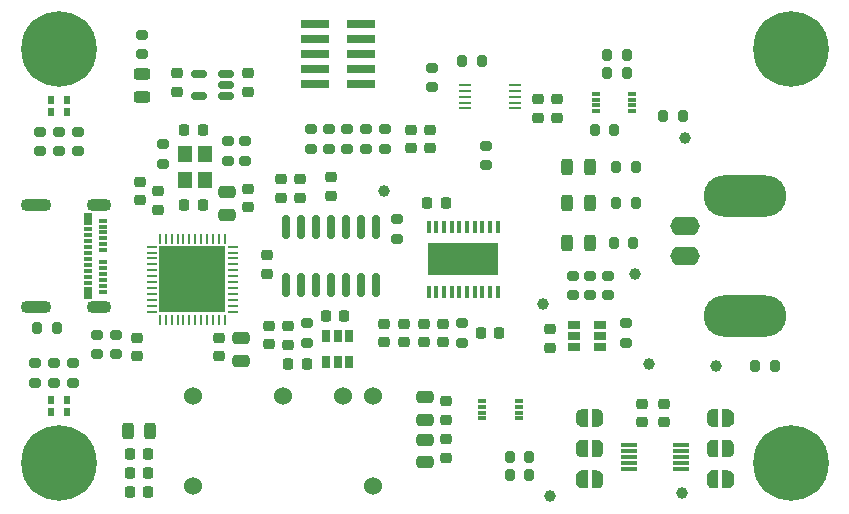
<source format=gbr>
%TF.GenerationSoftware,KiCad,Pcbnew,(5.99.0-7424-ge38b34a4eb)*%
%TF.CreationDate,2020-12-20T18:04:03+03:00*%
%TF.ProjectId,uSMU_v05,75534d55-5f76-4303-952e-6b696361645f,rev?*%
%TF.SameCoordinates,Original*%
%TF.FileFunction,Soldermask,Top*%
%TF.FilePolarity,Negative*%
%FSLAX46Y46*%
G04 Gerber Fmt 4.6, Leading zero omitted, Abs format (unit mm)*
G04 Created by KiCad (PCBNEW (5.99.0-7424-ge38b34a4eb)) date 2020-12-20 18:04:03*
%MOMM*%
%LPD*%
G01*
G04 APERTURE LIST*
G04 Aperture macros list*
%AMRoundRect*
0 Rectangle with rounded corners*
0 $1 Rounding radius*
0 $2 $3 $4 $5 $6 $7 $8 $9 X,Y pos of 4 corners*
0 Add a 4 corners polygon primitive as box body*
4,1,4,$2,$3,$4,$5,$6,$7,$8,$9,$2,$3,0*
0 Add four circle primitives for the rounded corners*
1,1,$1+$1,$2,$3,0*
1,1,$1+$1,$4,$5,0*
1,1,$1+$1,$6,$7,0*
1,1,$1+$1,$8,$9,0*
0 Add four rect primitives between the rounded corners*
20,1,$1+$1,$2,$3,$4,$5,0*
20,1,$1+$1,$4,$5,$6,$7,0*
20,1,$1+$1,$6,$7,$8,$9,0*
20,1,$1+$1,$8,$9,$2,$3,0*%
G04 Aperture macros list end*
%ADD10RoundRect,0.200000X-0.200000X-0.275000X0.200000X-0.275000X0.200000X0.275000X-0.200000X0.275000X0*%
%ADD11RoundRect,0.218750X-0.218750X-0.256250X0.218750X-0.256250X0.218750X0.256250X-0.218750X0.256250X0*%
%ADD12RoundRect,0.200000X-0.275000X0.200000X-0.275000X-0.200000X0.275000X-0.200000X0.275000X0.200000X0*%
%ADD13RoundRect,0.200000X0.275000X-0.200000X0.275000X0.200000X-0.275000X0.200000X-0.275000X-0.200000X0*%
%ADD14RoundRect,0.250000X-0.475000X0.250000X-0.475000X-0.250000X0.475000X-0.250000X0.475000X0.250000X0*%
%ADD15RoundRect,0.200000X0.200000X0.275000X-0.200000X0.275000X-0.200000X-0.275000X0.200000X-0.275000X0*%
%ADD16RoundRect,0.062500X-0.062500X0.375000X-0.062500X-0.375000X0.062500X-0.375000X0.062500X0.375000X0*%
%ADD17RoundRect,0.062500X-0.375000X0.062500X-0.375000X-0.062500X0.375000X-0.062500X0.375000X0.062500X0*%
%ADD18R,5.600000X5.600000*%
%ADD19RoundRect,0.218750X0.256250X-0.218750X0.256250X0.218750X-0.256250X0.218750X-0.256250X-0.218750X0*%
%ADD20C,1.000000*%
%ADD21RoundRect,0.218750X-0.256250X0.218750X-0.256250X-0.218750X0.256250X-0.218750X0.256250X0.218750X0*%
%ADD22R,0.650000X1.060000*%
%ADD23R,0.450000X1.050000*%
%ADD24R,6.000000X2.700000*%
%ADD25R,0.600000X0.700000*%
%ADD26R,1.400000X0.300000*%
%ADD27RoundRect,0.225000X0.225000X0.250000X-0.225000X0.250000X-0.225000X-0.250000X0.225000X-0.250000X0*%
%ADD28RoundRect,0.243750X-0.456250X0.243750X-0.456250X-0.243750X0.456250X-0.243750X0.456250X0.243750X0*%
%ADD29C,1.524000*%
%ADD30RoundRect,0.150000X-0.150000X0.825000X-0.150000X-0.825000X0.150000X-0.825000X0.150000X0.825000X0*%
%ADD31R,1.060000X0.650000*%
%ADD32RoundRect,0.225000X-0.225000X-0.250000X0.225000X-0.250000X0.225000X0.250000X-0.225000X0.250000X0*%
%ADD33RoundRect,0.225000X0.250000X-0.225000X0.250000X0.225000X-0.250000X0.225000X-0.250000X-0.225000X0*%
%ADD34R,1.100000X0.250000*%
%ADD35RoundRect,0.243750X0.243750X0.456250X-0.243750X0.456250X-0.243750X-0.456250X0.243750X-0.456250X0*%
%ADD36RoundRect,0.243750X-0.243750X-0.456250X0.243750X-0.456250X0.243750X0.456250X-0.243750X0.456250X0*%
%ADD37O,2.500000X1.600000*%
%ADD38O,7.000000X3.500000*%
%ADD39RoundRect,0.150000X0.512500X0.150000X-0.512500X0.150000X-0.512500X-0.150000X0.512500X-0.150000X0*%
%ADD40R,0.800000X0.300000*%
%ADD41R,2.400000X0.740000*%
%ADD42C,0.800000*%
%ADD43C,6.400000*%
%ADD44R,1.200000X1.400000*%
%ADD45RoundRect,0.225000X-0.250000X0.225000X-0.250000X-0.225000X0.250000X-0.225000X0.250000X0.225000X0*%
%ADD46R,0.700000X0.300000*%
%ADD47R,0.700000X1.000000*%
%ADD48O,2.100000X1.100000*%
%ADD49O,2.600000X1.100000*%
%ADD50RoundRect,0.218750X0.218750X0.256250X-0.218750X0.256250X-0.218750X-0.256250X0.218750X-0.256250X0*%
%ADD51RoundRect,0.250000X0.475000X-0.250000X0.475000X0.250000X-0.475000X0.250000X-0.475000X-0.250000X0*%
G04 APERTURE END LIST*
D10*
%TO.C,R26*%
X138175000Y-105000000D03*
X139825000Y-105000000D03*
%TD*%
D11*
%TO.C,C8*%
X135212500Y-117000000D03*
X136787500Y-117000000D03*
%TD*%
D12*
%TO.C,R4*%
X130000000Y-110775000D03*
X130000000Y-112425000D03*
%TD*%
D13*
%TO.C,R16*%
X128380000Y-112425000D03*
X128380000Y-110775000D03*
%TD*%
D14*
%TO.C,C30*%
X119400000Y-128450000D03*
X119400000Y-130350000D03*
%TD*%
D15*
%TO.C,R21*%
X152075000Y-104500000D03*
X150425000Y-104500000D03*
%TD*%
%TO.C,JP3*%
G36*
X148800000Y-141150000D02*
G01*
X148300000Y-141150000D01*
X148300000Y-141145033D01*
X148220059Y-141143568D01*
X148084744Y-141101293D01*
X147966734Y-141022738D01*
X147875514Y-140914219D01*
X147818419Y-140784460D01*
X147800836Y-140650000D01*
X147800000Y-140650000D01*
X147800000Y-140150000D01*
X147800836Y-140150000D01*
X147800037Y-140143891D01*
X147821848Y-140003814D01*
X147882096Y-139875489D01*
X147975940Y-139769231D01*
X148095835Y-139693583D01*
X148232142Y-139654626D01*
X148300000Y-139655041D01*
X148300000Y-139650000D01*
X148800000Y-139650000D01*
X148800000Y-141150000D01*
G37*
G36*
X149600000Y-139655041D02*
G01*
X149673905Y-139655492D01*
X149809726Y-139696111D01*
X149928688Y-139773218D01*
X150021226Y-139880615D01*
X150079903Y-140009667D01*
X150100000Y-140150000D01*
X150100000Y-140650000D01*
X150099851Y-140662216D01*
X150076331Y-140802017D01*
X150014519Y-140929596D01*
X149919384Y-141034700D01*
X149798574Y-141108877D01*
X149661801Y-141146166D01*
X149600000Y-141145033D01*
X149600000Y-141150000D01*
X149100000Y-141150000D01*
X149100000Y-139650000D01*
X149600000Y-139650000D01*
X149600000Y-139655041D01*
G37*
%TD*%
D16*
%TO.C,U10*%
X118050000Y-120012500D03*
X117550000Y-120012500D03*
X117050000Y-120012500D03*
X116550000Y-120012500D03*
X116050000Y-120012500D03*
X115550000Y-120012500D03*
X115050000Y-120012500D03*
X114550000Y-120012500D03*
X114050000Y-120012500D03*
X113550000Y-120012500D03*
X113050000Y-120012500D03*
X112550000Y-120012500D03*
D17*
X111862500Y-120700000D03*
X111862500Y-121200000D03*
X111862500Y-121700000D03*
X111862500Y-122200000D03*
X111862500Y-122700000D03*
X111862500Y-123200000D03*
X111862500Y-123700000D03*
X111862500Y-124200000D03*
X111862500Y-124700000D03*
X111862500Y-125200000D03*
X111862500Y-125700000D03*
X111862500Y-126200000D03*
D16*
X112550000Y-126887500D03*
X113050000Y-126887500D03*
X113550000Y-126887500D03*
X114050000Y-126887500D03*
X114550000Y-126887500D03*
X115050000Y-126887500D03*
X115550000Y-126887500D03*
X116050000Y-126887500D03*
X116550000Y-126887500D03*
X117050000Y-126887500D03*
X117550000Y-126887500D03*
X118050000Y-126887500D03*
D17*
X118737500Y-126200000D03*
X118737500Y-125700000D03*
X118737500Y-125200000D03*
X118737500Y-124700000D03*
X118737500Y-124200000D03*
X118737500Y-123700000D03*
X118737500Y-123200000D03*
X118737500Y-122700000D03*
X118737500Y-122200000D03*
X118737500Y-121700000D03*
X118737500Y-121200000D03*
X118737500Y-120700000D03*
D18*
X115300000Y-123450000D03*
%TD*%
D13*
%TO.C,R8*%
X147500000Y-124825000D03*
X147500000Y-123175000D03*
%TD*%
D19*
%TO.C,C13*%
X144600000Y-109787500D03*
X144600000Y-108212500D03*
%TD*%
D15*
%TO.C,R19*%
X164625000Y-130800000D03*
X162975000Y-130800000D03*
%TD*%
D20*
%TO.C,Isense1*%
X154000000Y-130600000D03*
%TD*%
%TO.C,JP1*%
G36*
X148800000Y-135950000D02*
G01*
X148300000Y-135950000D01*
X148300000Y-135945033D01*
X148220059Y-135943568D01*
X148084744Y-135901293D01*
X147966734Y-135822738D01*
X147875514Y-135714219D01*
X147818419Y-135584460D01*
X147800836Y-135450000D01*
X147800000Y-135450000D01*
X147800000Y-134950000D01*
X147800836Y-134950000D01*
X147800037Y-134943891D01*
X147821848Y-134803814D01*
X147882096Y-134675489D01*
X147975940Y-134569231D01*
X148095835Y-134493583D01*
X148232142Y-134454626D01*
X148300000Y-134455041D01*
X148300000Y-134450000D01*
X148800000Y-134450000D01*
X148800000Y-135950000D01*
G37*
G36*
X149600000Y-134455041D02*
G01*
X149673905Y-134455492D01*
X149809726Y-134496111D01*
X149928688Y-134573218D01*
X150021226Y-134680615D01*
X150079903Y-134809667D01*
X150100000Y-134950000D01*
X150100000Y-135450000D01*
X150099851Y-135462216D01*
X150076331Y-135602017D01*
X150014519Y-135729596D01*
X149919384Y-135834700D01*
X149798574Y-135908877D01*
X149661801Y-135946166D01*
X149600000Y-135945033D01*
X149600000Y-135950000D01*
X149100000Y-135950000D01*
X149100000Y-134450000D01*
X149600000Y-134450000D01*
X149600000Y-134455041D01*
G37*
%TD*%
D13*
%TO.C,R46*%
X104000000Y-112625000D03*
X104000000Y-110975000D03*
%TD*%
D21*
%TO.C,R32*%
X136550000Y-127212500D03*
X136550000Y-128787500D03*
%TD*%
D13*
%TO.C,R44*%
X105600000Y-112625000D03*
X105600000Y-110975000D03*
%TD*%
D22*
%TO.C,U2*%
X126650000Y-130500000D03*
X127600000Y-130500000D03*
X128550000Y-130500000D03*
X128550000Y-128300000D03*
X127600000Y-128300000D03*
X126650000Y-128300000D03*
%TD*%
D20*
%TO.C,TP3*%
X131500000Y-116000000D03*
%TD*%
D21*
%TO.C,R31*%
X136800000Y-137012500D03*
X136800000Y-138587500D03*
%TD*%
D12*
%TO.C,R7*%
X150500000Y-123175000D03*
X150500000Y-124825000D03*
%TD*%
D23*
%TO.C,U5*%
X135300000Y-124500000D03*
X135950000Y-124500000D03*
X136600000Y-124500000D03*
X137250000Y-124500000D03*
X137900000Y-124500000D03*
X138550000Y-124500000D03*
X139200000Y-124500000D03*
X139850000Y-124500000D03*
X140500000Y-124500000D03*
X141150000Y-124500000D03*
X141150000Y-119000000D03*
X140500000Y-119000000D03*
X139850000Y-119000000D03*
X139200000Y-119000000D03*
X138550000Y-119000000D03*
X137900000Y-119000000D03*
X137250000Y-119000000D03*
X136600000Y-119000000D03*
X135950000Y-119000000D03*
X135300000Y-119000000D03*
D24*
X138225000Y-121750000D03*
%TD*%
D20*
%TO.C,TP6*%
X157000000Y-111500000D03*
%TD*%
D25*
%TO.C,D5*%
X103300000Y-133700000D03*
X104700000Y-133700000D03*
X103300000Y-134700000D03*
X104700000Y-134700000D03*
%TD*%
D20*
%TO.C,TP4*%
X145000000Y-125600000D03*
%TD*%
D26*
%TO.C,U7*%
X156700000Y-139500000D03*
X156700000Y-139000000D03*
X156700000Y-138500000D03*
X156700000Y-138000000D03*
X156700000Y-137500000D03*
X152300000Y-137500000D03*
X152300000Y-138000000D03*
X152300000Y-138500000D03*
X152300000Y-139000000D03*
X152300000Y-139500000D03*
%TD*%
D27*
%TO.C,C16*%
X128175000Y-126600000D03*
X126625000Y-126600000D03*
%TD*%
%TO.C,C22*%
X116175000Y-117200000D03*
X114625000Y-117200000D03*
%TD*%
D21*
%TO.C,R1*%
X135400000Y-110812500D03*
X135400000Y-112387500D03*
%TD*%
D28*
%TO.C,D3*%
X111000000Y-106125000D03*
X111000000Y-108000000D03*
%TD*%
D13*
%TO.C,R45*%
X102400000Y-112625000D03*
X102400000Y-110975000D03*
%TD*%
D29*
%TO.C,U3*%
X115400000Y-141000000D03*
X130640000Y-141000000D03*
X130640000Y-133380000D03*
X128100000Y-133380000D03*
X123020000Y-133380000D03*
X115400000Y-133380000D03*
%TD*%
D12*
%TO.C,R48*%
X103600000Y-130575000D03*
X103600000Y-132225000D03*
%TD*%
D30*
%TO.C,U1*%
X130810000Y-119025000D03*
X129540000Y-119025000D03*
X128270000Y-119025000D03*
X127000000Y-119025000D03*
X125730000Y-119025000D03*
X124460000Y-119025000D03*
X123190000Y-119025000D03*
X123190000Y-123975000D03*
X124460000Y-123975000D03*
X125730000Y-123975000D03*
X127000000Y-123975000D03*
X128270000Y-123975000D03*
X129540000Y-123975000D03*
X130810000Y-123975000D03*
%TD*%
D19*
%TO.C,FB1*%
X146200000Y-109787500D03*
X146200000Y-108212500D03*
%TD*%
D12*
%TO.C,R47*%
X105200000Y-130575000D03*
X105200000Y-132225000D03*
%TD*%
D21*
%TO.C,C12*%
X127000000Y-114812500D03*
X127000000Y-116387500D03*
%TD*%
D31*
%TO.C,U4*%
X147652500Y-127310000D03*
X147652500Y-128260000D03*
X147652500Y-129210000D03*
X149852500Y-129210000D03*
X149852500Y-128260000D03*
X149852500Y-127310000D03*
%TD*%
D12*
%TO.C,R42*%
X119800000Y-111775000D03*
X119800000Y-113425000D03*
%TD*%
D32*
%TO.C,C23*%
X114625000Y-110800000D03*
X116175000Y-110800000D03*
%TD*%
D13*
%TO.C,R14*%
X125380000Y-112425000D03*
X125380000Y-110775000D03*
%TD*%
D10*
%TO.C,R24*%
X142175000Y-138500000D03*
X143825000Y-138500000D03*
%TD*%
D19*
%TO.C,R2*%
X133800000Y-112387500D03*
X133800000Y-110812500D03*
%TD*%
D14*
%TO.C,C15*%
X135000000Y-137050000D03*
X135000000Y-138950000D03*
%TD*%
D12*
%TO.C,R13*%
X107200000Y-128175000D03*
X107200000Y-129825000D03*
%TD*%
%TO.C,R49*%
X102000000Y-130575000D03*
X102000000Y-132225000D03*
%TD*%
D33*
%TO.C,C25*%
X120000000Y-117375000D03*
X120000000Y-115825000D03*
%TD*%
%TO.C,C18*%
X114000000Y-107575000D03*
X114000000Y-106025000D03*
%TD*%
%TO.C,JP6*%
G36*
X160150001Y-134450000D02*
G01*
X160650000Y-134450000D01*
X160650000Y-134454967D01*
X160729941Y-134456432D01*
X160865256Y-134498707D01*
X160983266Y-134577262D01*
X161074486Y-134685782D01*
X161131581Y-134815541D01*
X161149164Y-134950001D01*
X161150000Y-134950001D01*
X161149999Y-135450000D01*
X161149163Y-135450000D01*
X161149962Y-135456109D01*
X161128151Y-135596186D01*
X161067903Y-135724511D01*
X160974059Y-135830769D01*
X160854164Y-135906417D01*
X160717857Y-135945374D01*
X160650000Y-135944959D01*
X160650000Y-135950000D01*
X160150000Y-135949999D01*
X160150001Y-134450000D01*
G37*
G36*
X159350000Y-135944959D02*
G01*
X159276095Y-135944508D01*
X159140274Y-135903889D01*
X159021312Y-135826782D01*
X158928774Y-135719384D01*
X158870097Y-135590332D01*
X158850000Y-135449999D01*
X158850001Y-134950000D01*
X158850150Y-134937784D01*
X158873670Y-134797983D01*
X158935482Y-134670404D01*
X159030617Y-134565300D01*
X159151427Y-134491123D01*
X159288200Y-134453834D01*
X159350000Y-134454967D01*
X159350000Y-134450000D01*
X159850000Y-134450001D01*
X159849999Y-135950000D01*
X159350000Y-135950000D01*
X159350000Y-135944959D01*
G37*
%TD*%
D10*
%TO.C,R22*%
X151175000Y-114000000D03*
X152825000Y-114000000D03*
%TD*%
D34*
%TO.C,U9*%
X138350000Y-107000000D03*
X138350000Y-107500000D03*
X138350000Y-108000000D03*
X138350000Y-108500000D03*
X138350000Y-109000000D03*
X142650000Y-109000000D03*
X142650000Y-108500000D03*
X142650000Y-108000000D03*
X142650000Y-107500000D03*
X142650000Y-107000000D03*
%TD*%
D12*
%TO.C,R34*%
X140200000Y-112175000D03*
X140200000Y-113825000D03*
%TD*%
D35*
%TO.C,SMU ON1*%
X148937500Y-120400000D03*
X147062500Y-120400000D03*
%TD*%
D19*
%TO.C,R39*%
X121600000Y-122987500D03*
X121600000Y-121412500D03*
%TD*%
D10*
%TO.C,R37*%
X150975000Y-120400000D03*
X152625000Y-120400000D03*
%TD*%
D36*
%TO.C,L1*%
X109850000Y-136275000D03*
X111725000Y-136275000D03*
%TD*%
D15*
%TO.C,R20*%
X152075000Y-106000000D03*
X150425000Y-106000000D03*
%TD*%
D21*
%TO.C,C9*%
X153400000Y-134012500D03*
X153400000Y-135587500D03*
%TD*%
%TO.C,JP2*%
G36*
X148800000Y-138550000D02*
G01*
X148300000Y-138550000D01*
X148300000Y-138545033D01*
X148220059Y-138543568D01*
X148084744Y-138501293D01*
X147966734Y-138422738D01*
X147875514Y-138314219D01*
X147818419Y-138184460D01*
X147800836Y-138050000D01*
X147800000Y-138050000D01*
X147800000Y-137550000D01*
X147800836Y-137550000D01*
X147800037Y-137543891D01*
X147821848Y-137403814D01*
X147882096Y-137275489D01*
X147975940Y-137169231D01*
X148095835Y-137093583D01*
X148232142Y-137054626D01*
X148300000Y-137055041D01*
X148300000Y-137050000D01*
X148800000Y-137050000D01*
X148800000Y-138550000D01*
G37*
G36*
X149600000Y-137055041D02*
G01*
X149673905Y-137055492D01*
X149809726Y-137096111D01*
X149928688Y-137173218D01*
X150021226Y-137280615D01*
X150079903Y-137409667D01*
X150100000Y-137550000D01*
X150100000Y-138050000D01*
X150099851Y-138062216D01*
X150076331Y-138202017D01*
X150014519Y-138329596D01*
X149919384Y-138434700D01*
X149798574Y-138508877D01*
X149661801Y-138546166D01*
X149600000Y-138545033D01*
X149600000Y-138550000D01*
X149100000Y-138550000D01*
X149100000Y-137050000D01*
X149600000Y-137050000D01*
X149600000Y-137055041D01*
G37*
%TD*%
D14*
%TO.C,C14*%
X135000000Y-133450000D03*
X135000000Y-135350000D03*
%TD*%
D12*
%TO.C,R41*%
X135600000Y-105550000D03*
X135600000Y-107200000D03*
%TD*%
D21*
%TO.C,C10*%
X155200000Y-134012500D03*
X155200000Y-135587500D03*
%TD*%
D37*
%TO.C,J1*%
X157000000Y-121500000D03*
D38*
X162080000Y-116420000D03*
D37*
X157000000Y-118960000D03*
D38*
X162080000Y-126580000D03*
%TD*%
D39*
%TO.C,U6*%
X118137500Y-107950000D03*
X118137500Y-107000000D03*
X118137500Y-106050000D03*
X115862500Y-106050000D03*
X115862500Y-107950000D03*
%TD*%
D40*
%TO.C,U8*%
X149450000Y-107750000D03*
X149450000Y-108250000D03*
X149450000Y-108750000D03*
X149450000Y-109250000D03*
X152550000Y-109250000D03*
X152550000Y-108750000D03*
X152550000Y-108250000D03*
X152550000Y-107750000D03*
%TD*%
D10*
%TO.C,R27*%
X102175000Y-127600000D03*
X103825000Y-127600000D03*
%TD*%
D19*
%TO.C,C4*%
X145600000Y-129287500D03*
X145600000Y-127712500D03*
%TD*%
D41*
%TO.C,J3*%
X125650000Y-101860000D03*
X129550000Y-101860000D03*
X125650000Y-103130000D03*
X129550000Y-103130000D03*
X125650000Y-104400000D03*
X129550000Y-104400000D03*
X125650000Y-105670000D03*
X129550000Y-105670000D03*
X125650000Y-106940000D03*
X129550000Y-106940000D03*
%TD*%
D20*
%TO.C,AmpOut1*%
X159600000Y-130800000D03*
%TD*%
D13*
%TO.C,R10*%
X111000000Y-104425000D03*
X111000000Y-102775000D03*
%TD*%
D42*
%TO.C,H1*%
X166000000Y-136600000D03*
X167697056Y-140697056D03*
X168400000Y-139000000D03*
X164302944Y-140697056D03*
D43*
X166000000Y-139000000D03*
D42*
X164302944Y-137302944D03*
X163600000Y-139000000D03*
X166000000Y-141400000D03*
X167697056Y-137302944D03*
%TD*%
D44*
%TO.C,Y1*%
X116350000Y-115100000D03*
X116350000Y-112900000D03*
X114650000Y-112900000D03*
X114650000Y-115100000D03*
%TD*%
D21*
%TO.C,C2*%
X131500000Y-127212500D03*
X131500000Y-128787500D03*
%TD*%
%TO.C,R28*%
X122800000Y-115012500D03*
X122800000Y-116587500D03*
%TD*%
D10*
%TO.C,R35*%
X149375000Y-110800000D03*
X151025000Y-110800000D03*
%TD*%
D13*
%TO.C,R17*%
X131600000Y-112425000D03*
X131600000Y-110775000D03*
%TD*%
D20*
%TO.C,TP1*%
X152800000Y-123000000D03*
%TD*%
D12*
%TO.C,R5*%
X152000000Y-127175000D03*
X152000000Y-128825000D03*
%TD*%
D21*
%TO.C,C7*%
X133200000Y-127212500D03*
X133200000Y-128787500D03*
%TD*%
D19*
%TO.C,R33*%
X124400000Y-116587500D03*
X124400000Y-115012500D03*
%TD*%
D11*
%TO.C,C11*%
X139712500Y-128000000D03*
X141287500Y-128000000D03*
%TD*%
D13*
%TO.C,R11*%
X112800000Y-113675000D03*
X112800000Y-112025000D03*
%TD*%
D45*
%TO.C,C24*%
X110600000Y-128425000D03*
X110600000Y-129975000D03*
%TD*%
D11*
%TO.C,C3*%
X110000000Y-139875000D03*
X111575000Y-139875000D03*
%TD*%
D19*
%TO.C,R29*%
X134950000Y-128787500D03*
X134950000Y-127212500D03*
%TD*%
D36*
%TO.C,D1*%
X147062500Y-113960000D03*
X148937500Y-113960000D03*
%TD*%
D11*
%TO.C,C1*%
X110000000Y-138275000D03*
X111575000Y-138275000D03*
%TD*%
D42*
%TO.C,H4*%
X104000000Y-106400000D03*
X101600000Y-104000000D03*
X105697056Y-105697056D03*
X106400000Y-104000000D03*
X102302944Y-105697056D03*
X104000000Y-101600000D03*
X105697056Y-102302944D03*
D43*
X104000000Y-104000000D03*
D42*
X102302944Y-102302944D03*
%TD*%
D12*
%TO.C,R12*%
X108800000Y-128175000D03*
X108800000Y-129825000D03*
%TD*%
D36*
%TO.C,D2*%
X147062500Y-117000000D03*
X148937500Y-117000000D03*
%TD*%
D11*
%TO.C,C6*%
X110000000Y-141475000D03*
X111575000Y-141475000D03*
%TD*%
D12*
%TO.C,R6*%
X132600000Y-118375000D03*
X132600000Y-120025000D03*
%TD*%
D13*
%TO.C,R43*%
X118280000Y-113425000D03*
X118280000Y-111775000D03*
%TD*%
D33*
%TO.C,C28*%
X112400000Y-117575000D03*
X112400000Y-116025000D03*
%TD*%
D40*
%TO.C,U11*%
X139850000Y-133750000D03*
X139850000Y-134250000D03*
X139850000Y-134750000D03*
X139850000Y-135250000D03*
X142950000Y-135250000D03*
X142950000Y-134750000D03*
X142950000Y-134250000D03*
X142950000Y-133750000D03*
%TD*%
D15*
%TO.C,R36*%
X156825000Y-109600000D03*
X155175000Y-109600000D03*
%TD*%
D46*
%TO.C,J2*%
X107740000Y-118500000D03*
X107740000Y-119000000D03*
X107740000Y-119500000D03*
X107740000Y-120000000D03*
X107740000Y-120500000D03*
X107740000Y-121000000D03*
X107740000Y-122000000D03*
X107740000Y-122500000D03*
X107740000Y-123000000D03*
X107740000Y-123500000D03*
X107740000Y-124000000D03*
X107740000Y-124500000D03*
D47*
X106500000Y-124600000D03*
D46*
X106500000Y-123750000D03*
X106500000Y-123250000D03*
X106500000Y-122750000D03*
X106500000Y-122250000D03*
X106500000Y-121750000D03*
X106500000Y-121250000D03*
X106500000Y-120750000D03*
X106500000Y-120250000D03*
X106500000Y-119750000D03*
X106500000Y-119250000D03*
D47*
X106500000Y-118400000D03*
D48*
X107390000Y-125820000D03*
D49*
X102030000Y-125820000D03*
X102030000Y-117180000D03*
D48*
X107390000Y-117180000D03*
%TD*%
D50*
%TO.C,C5*%
X124987500Y-130600000D03*
X123412500Y-130600000D03*
%TD*%
D20*
%TO.C,-7V0*%
X145600000Y-141800000D03*
%TD*%
D10*
%TO.C,R23*%
X151175000Y-117000000D03*
X152825000Y-117000000D03*
%TD*%
D12*
%TO.C,R9*%
X149000000Y-123175000D03*
X149000000Y-124825000D03*
%TD*%
%TO.C,R15*%
X126880000Y-110775000D03*
X126880000Y-112425000D03*
%TD*%
D45*
%TO.C,C17*%
X120000000Y-106025000D03*
X120000000Y-107575000D03*
%TD*%
D33*
%TO.C,C27*%
X110900000Y-116775000D03*
X110900000Y-115225000D03*
%TD*%
D51*
%TO.C,C26*%
X118200000Y-118000000D03*
X118200000Y-116100000D03*
%TD*%
D21*
%TO.C,R30*%
X136800000Y-133812500D03*
X136800000Y-135387500D03*
%TD*%
%TO.C,JP5*%
G36*
X160150001Y-137050000D02*
G01*
X160650000Y-137050000D01*
X160650000Y-137054967D01*
X160729941Y-137056432D01*
X160865256Y-137098707D01*
X160983266Y-137177262D01*
X161074486Y-137285782D01*
X161131581Y-137415541D01*
X161149164Y-137550001D01*
X161150000Y-137550001D01*
X161149999Y-138050000D01*
X161149163Y-138050000D01*
X161149962Y-138056109D01*
X161128151Y-138196186D01*
X161067903Y-138324511D01*
X160974059Y-138430769D01*
X160854164Y-138506417D01*
X160717857Y-138545374D01*
X160650000Y-138544959D01*
X160650000Y-138550000D01*
X160150000Y-138549999D01*
X160150001Y-137050000D01*
G37*
G36*
X159350000Y-138544959D02*
G01*
X159276095Y-138544508D01*
X159140274Y-138503889D01*
X159021312Y-138426782D01*
X158928774Y-138319384D01*
X158870097Y-138190332D01*
X158850000Y-138049999D01*
X158850001Y-137550000D01*
X158850150Y-137537784D01*
X158873670Y-137397983D01*
X158935482Y-137270404D01*
X159030617Y-137165300D01*
X159151427Y-137091123D01*
X159288200Y-137053834D01*
X159350000Y-137054967D01*
X159350000Y-137050000D01*
X159850000Y-137050001D01*
X159849999Y-138550000D01*
X159350000Y-138550000D01*
X159350000Y-138544959D01*
G37*
%TD*%
%TO.C,R40*%
X123400000Y-127412500D03*
X123400000Y-128987500D03*
%TD*%
%TO.C,JP4*%
G36*
X160150001Y-139650000D02*
G01*
X160650000Y-139650000D01*
X160650000Y-139654967D01*
X160729941Y-139656432D01*
X160865256Y-139698707D01*
X160983266Y-139777262D01*
X161074486Y-139885782D01*
X161131581Y-140015541D01*
X161149164Y-140150001D01*
X161150000Y-140150001D01*
X161149999Y-140650000D01*
X161149163Y-140650000D01*
X161149962Y-140656109D01*
X161128151Y-140796186D01*
X161067903Y-140924511D01*
X160974059Y-141030769D01*
X160854164Y-141106417D01*
X160717857Y-141145374D01*
X160650000Y-141144959D01*
X160650000Y-141150000D01*
X160150000Y-141149999D01*
X160150001Y-139650000D01*
G37*
G36*
X159350000Y-141144959D02*
G01*
X159276095Y-141144508D01*
X159140274Y-141103889D01*
X159021312Y-141026782D01*
X158928774Y-140919384D01*
X158870097Y-140790332D01*
X158850000Y-140649999D01*
X158850001Y-140150000D01*
X158850150Y-140137784D01*
X158873670Y-139997983D01*
X158935482Y-139870404D01*
X159030617Y-139765300D01*
X159151427Y-139691123D01*
X159288200Y-139653834D01*
X159350000Y-139654967D01*
X159350000Y-139650000D01*
X159850000Y-139650001D01*
X159849999Y-141150000D01*
X159350000Y-141150000D01*
X159350000Y-141144959D01*
G37*
%TD*%
D10*
%TO.C,R25*%
X142175000Y-140000000D03*
X143825000Y-140000000D03*
%TD*%
D21*
%TO.C,R38*%
X121800000Y-127402500D03*
X121800000Y-128977500D03*
%TD*%
D13*
%TO.C,R18*%
X138150000Y-128825000D03*
X138150000Y-127175000D03*
%TD*%
D45*
%TO.C,C29*%
X117600000Y-128425000D03*
X117600000Y-129975000D03*
%TD*%
D25*
%TO.C,D4*%
X103300000Y-108300000D03*
X104700000Y-108300000D03*
X103300000Y-109300000D03*
X104700000Y-109300000D03*
%TD*%
D20*
%TO.C,+7V0*%
X156800000Y-141600000D03*
%TD*%
D12*
%TO.C,R3*%
X125000000Y-127175000D03*
X125000000Y-128825000D03*
%TD*%
D42*
%TO.C,H3*%
X164302944Y-105697056D03*
X164302944Y-102302944D03*
X168400000Y-104000000D03*
X167697056Y-102302944D03*
X166000000Y-106400000D03*
D43*
X166000000Y-104000000D03*
D42*
X166000000Y-101600000D03*
X163600000Y-104000000D03*
X167697056Y-105697056D03*
%TD*%
%TO.C,H2*%
X106400000Y-139000000D03*
X104000000Y-141400000D03*
X105697056Y-140697056D03*
X102302944Y-140697056D03*
X104000000Y-136600000D03*
X105697056Y-137302944D03*
X101600000Y-139000000D03*
X102302944Y-137302944D03*
D43*
X104000000Y-139000000D03*
%TD*%
M02*

</source>
